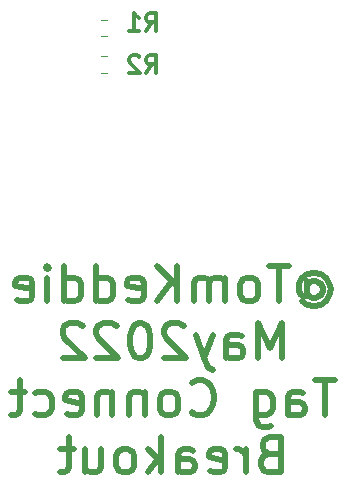
<source format=gbo>
G04 #@! TF.GenerationSoftware,KiCad,Pcbnew,6.0.5-a6ca702e91~116~ubuntu20.04.1*
G04 #@! TF.CreationDate,2022-05-18T13:30:30-07:00*
G04 #@! TF.ProjectId,tag-connect-breakout,7461672d-636f-46e6-9e65-63742d627265,rev?*
G04 #@! TF.SameCoordinates,Original*
G04 #@! TF.FileFunction,Legend,Bot*
G04 #@! TF.FilePolarity,Positive*
%FSLAX46Y46*%
G04 Gerber Fmt 4.6, Leading zero omitted, Abs format (unit mm)*
G04 Created by KiCad (PCBNEW 6.0.5-a6ca702e91~116~ubuntu20.04.1) date 2022-05-18 13:30:30*
%MOMM*%
%LPD*%
G01*
G04 APERTURE LIST*
%ADD10C,0.500000*%
%ADD11C,0.300000*%
%ADD12C,0.120000*%
G04 APERTURE END LIST*
D10*
X76889142Y-104951571D02*
X77032000Y-104808714D01*
X77317714Y-104665857D01*
X77603428Y-104665857D01*
X77889142Y-104808714D01*
X78032000Y-104951571D01*
X78174857Y-105237285D01*
X78174857Y-105523000D01*
X78032000Y-105808714D01*
X77889142Y-105951571D01*
X77603428Y-106094428D01*
X77317714Y-106094428D01*
X77032000Y-105951571D01*
X76889142Y-105808714D01*
X76889142Y-104665857D02*
X76889142Y-105808714D01*
X76746285Y-105951571D01*
X76603428Y-105951571D01*
X76317714Y-105808714D01*
X76174857Y-105523000D01*
X76174857Y-104808714D01*
X76460571Y-104380142D01*
X76889142Y-104094428D01*
X77460571Y-103951571D01*
X78032000Y-104094428D01*
X78460571Y-104380142D01*
X78746285Y-104808714D01*
X78889142Y-105380142D01*
X78746285Y-105951571D01*
X78460571Y-106380142D01*
X78032000Y-106665857D01*
X77460571Y-106808714D01*
X76889142Y-106665857D01*
X76460571Y-106380142D01*
X75317714Y-103380142D02*
X73603428Y-103380142D01*
X74460571Y-106380142D02*
X74460571Y-103380142D01*
X72174857Y-106380142D02*
X72460571Y-106237285D01*
X72603428Y-106094428D01*
X72746285Y-105808714D01*
X72746285Y-104951571D01*
X72603428Y-104665857D01*
X72460571Y-104523000D01*
X72174857Y-104380142D01*
X71746285Y-104380142D01*
X71460571Y-104523000D01*
X71317714Y-104665857D01*
X71174857Y-104951571D01*
X71174857Y-105808714D01*
X71317714Y-106094428D01*
X71460571Y-106237285D01*
X71746285Y-106380142D01*
X72174857Y-106380142D01*
X69889142Y-106380142D02*
X69889142Y-104380142D01*
X69889142Y-104665857D02*
X69746285Y-104523000D01*
X69460571Y-104380142D01*
X69032000Y-104380142D01*
X68746285Y-104523000D01*
X68603428Y-104808714D01*
X68603428Y-106380142D01*
X68603428Y-104808714D02*
X68460571Y-104523000D01*
X68174857Y-104380142D01*
X67746285Y-104380142D01*
X67460571Y-104523000D01*
X67317714Y-104808714D01*
X67317714Y-106380142D01*
X65889142Y-106380142D02*
X65889142Y-103380142D01*
X64174857Y-106380142D02*
X65460571Y-104665857D01*
X64174857Y-103380142D02*
X65889142Y-105094428D01*
X61746285Y-106237285D02*
X62032000Y-106380142D01*
X62603428Y-106380142D01*
X62889142Y-106237285D01*
X63032000Y-105951571D01*
X63032000Y-104808714D01*
X62889142Y-104523000D01*
X62603428Y-104380142D01*
X62032000Y-104380142D01*
X61746285Y-104523000D01*
X61603428Y-104808714D01*
X61603428Y-105094428D01*
X63032000Y-105380142D01*
X59032000Y-106380142D02*
X59032000Y-103380142D01*
X59032000Y-106237285D02*
X59317714Y-106380142D01*
X59889142Y-106380142D01*
X60174857Y-106237285D01*
X60317714Y-106094428D01*
X60460571Y-105808714D01*
X60460571Y-104951571D01*
X60317714Y-104665857D01*
X60174857Y-104523000D01*
X59889142Y-104380142D01*
X59317714Y-104380142D01*
X59032000Y-104523000D01*
X56317714Y-106380142D02*
X56317714Y-103380142D01*
X56317714Y-106237285D02*
X56603428Y-106380142D01*
X57174857Y-106380142D01*
X57460571Y-106237285D01*
X57603428Y-106094428D01*
X57746285Y-105808714D01*
X57746285Y-104951571D01*
X57603428Y-104665857D01*
X57460571Y-104523000D01*
X57174857Y-104380142D01*
X56603428Y-104380142D01*
X56317714Y-104523000D01*
X54889142Y-106380142D02*
X54889142Y-104380142D01*
X54889142Y-103380142D02*
X55032000Y-103523000D01*
X54889142Y-103665857D01*
X54746285Y-103523000D01*
X54889142Y-103380142D01*
X54889142Y-103665857D01*
X52317714Y-106237285D02*
X52603428Y-106380142D01*
X53174857Y-106380142D01*
X53460571Y-106237285D01*
X53603428Y-105951571D01*
X53603428Y-104808714D01*
X53460571Y-104523000D01*
X53174857Y-104380142D01*
X52603428Y-104380142D01*
X52317714Y-104523000D01*
X52174857Y-104808714D01*
X52174857Y-105094428D01*
X53603428Y-105380142D01*
X74746285Y-111210142D02*
X74746285Y-108210142D01*
X73746285Y-110353000D01*
X72746285Y-108210142D01*
X72746285Y-111210142D01*
X70032000Y-111210142D02*
X70032000Y-109638714D01*
X70174857Y-109353000D01*
X70460571Y-109210142D01*
X71032000Y-109210142D01*
X71317714Y-109353000D01*
X70032000Y-111067285D02*
X70317714Y-111210142D01*
X71032000Y-111210142D01*
X71317714Y-111067285D01*
X71460571Y-110781571D01*
X71460571Y-110495857D01*
X71317714Y-110210142D01*
X71032000Y-110067285D01*
X70317714Y-110067285D01*
X70032000Y-109924428D01*
X68889142Y-109210142D02*
X68174857Y-111210142D01*
X67460571Y-109210142D02*
X68174857Y-111210142D01*
X68460571Y-111924428D01*
X68603428Y-112067285D01*
X68889142Y-112210142D01*
X66460571Y-108495857D02*
X66317714Y-108353000D01*
X66032000Y-108210142D01*
X65317714Y-108210142D01*
X65032000Y-108353000D01*
X64889142Y-108495857D01*
X64746285Y-108781571D01*
X64746285Y-109067285D01*
X64889142Y-109495857D01*
X66603428Y-111210142D01*
X64746285Y-111210142D01*
X62889142Y-108210142D02*
X62603428Y-108210142D01*
X62317714Y-108353000D01*
X62174857Y-108495857D01*
X62032000Y-108781571D01*
X61889142Y-109353000D01*
X61889142Y-110067285D01*
X62032000Y-110638714D01*
X62174857Y-110924428D01*
X62317714Y-111067285D01*
X62603428Y-111210142D01*
X62889142Y-111210142D01*
X63174857Y-111067285D01*
X63317714Y-110924428D01*
X63460571Y-110638714D01*
X63603428Y-110067285D01*
X63603428Y-109353000D01*
X63460571Y-108781571D01*
X63317714Y-108495857D01*
X63174857Y-108353000D01*
X62889142Y-108210142D01*
X60746285Y-108495857D02*
X60603428Y-108353000D01*
X60317714Y-108210142D01*
X59603428Y-108210142D01*
X59317714Y-108353000D01*
X59174857Y-108495857D01*
X59032000Y-108781571D01*
X59032000Y-109067285D01*
X59174857Y-109495857D01*
X60889142Y-111210142D01*
X59032000Y-111210142D01*
X57889142Y-108495857D02*
X57746285Y-108353000D01*
X57460571Y-108210142D01*
X56746285Y-108210142D01*
X56460571Y-108353000D01*
X56317714Y-108495857D01*
X56174857Y-108781571D01*
X56174857Y-109067285D01*
X56317714Y-109495857D01*
X58032000Y-111210142D01*
X56174857Y-111210142D01*
X79246285Y-113040142D02*
X77532000Y-113040142D01*
X78389142Y-116040142D02*
X78389142Y-113040142D01*
X75246285Y-116040142D02*
X75246285Y-114468714D01*
X75389142Y-114183000D01*
X75674857Y-114040142D01*
X76246285Y-114040142D01*
X76532000Y-114183000D01*
X75246285Y-115897285D02*
X75532000Y-116040142D01*
X76246285Y-116040142D01*
X76532000Y-115897285D01*
X76674857Y-115611571D01*
X76674857Y-115325857D01*
X76532000Y-115040142D01*
X76246285Y-114897285D01*
X75532000Y-114897285D01*
X75246285Y-114754428D01*
X72532000Y-114040142D02*
X72532000Y-116468714D01*
X72674857Y-116754428D01*
X72817714Y-116897285D01*
X73103428Y-117040142D01*
X73532000Y-117040142D01*
X73817714Y-116897285D01*
X72532000Y-115897285D02*
X72817714Y-116040142D01*
X73389142Y-116040142D01*
X73674857Y-115897285D01*
X73817714Y-115754428D01*
X73960571Y-115468714D01*
X73960571Y-114611571D01*
X73817714Y-114325857D01*
X73674857Y-114183000D01*
X73389142Y-114040142D01*
X72817714Y-114040142D01*
X72532000Y-114183000D01*
X67103428Y-115754428D02*
X67246285Y-115897285D01*
X67674857Y-116040142D01*
X67960571Y-116040142D01*
X68389142Y-115897285D01*
X68674857Y-115611571D01*
X68817714Y-115325857D01*
X68960571Y-114754428D01*
X68960571Y-114325857D01*
X68817714Y-113754428D01*
X68674857Y-113468714D01*
X68389142Y-113183000D01*
X67960571Y-113040142D01*
X67674857Y-113040142D01*
X67246285Y-113183000D01*
X67103428Y-113325857D01*
X65389142Y-116040142D02*
X65674857Y-115897285D01*
X65817714Y-115754428D01*
X65960571Y-115468714D01*
X65960571Y-114611571D01*
X65817714Y-114325857D01*
X65674857Y-114183000D01*
X65389142Y-114040142D01*
X64960571Y-114040142D01*
X64674857Y-114183000D01*
X64532000Y-114325857D01*
X64389142Y-114611571D01*
X64389142Y-115468714D01*
X64532000Y-115754428D01*
X64674857Y-115897285D01*
X64960571Y-116040142D01*
X65389142Y-116040142D01*
X63103428Y-114040142D02*
X63103428Y-116040142D01*
X63103428Y-114325857D02*
X62960571Y-114183000D01*
X62674857Y-114040142D01*
X62246285Y-114040142D01*
X61960571Y-114183000D01*
X61817714Y-114468714D01*
X61817714Y-116040142D01*
X60389142Y-114040142D02*
X60389142Y-116040142D01*
X60389142Y-114325857D02*
X60246285Y-114183000D01*
X59960571Y-114040142D01*
X59532000Y-114040142D01*
X59246285Y-114183000D01*
X59103428Y-114468714D01*
X59103428Y-116040142D01*
X56532000Y-115897285D02*
X56817714Y-116040142D01*
X57389142Y-116040142D01*
X57674857Y-115897285D01*
X57817714Y-115611571D01*
X57817714Y-114468714D01*
X57674857Y-114183000D01*
X57389142Y-114040142D01*
X56817714Y-114040142D01*
X56532000Y-114183000D01*
X56389142Y-114468714D01*
X56389142Y-114754428D01*
X57817714Y-115040142D01*
X53817714Y-115897285D02*
X54103428Y-116040142D01*
X54674857Y-116040142D01*
X54960571Y-115897285D01*
X55103428Y-115754428D01*
X55246285Y-115468714D01*
X55246285Y-114611571D01*
X55103428Y-114325857D01*
X54960571Y-114183000D01*
X54674857Y-114040142D01*
X54103428Y-114040142D01*
X53817714Y-114183000D01*
X52960571Y-114040142D02*
X51817714Y-114040142D01*
X52532000Y-113040142D02*
X52532000Y-115611571D01*
X52389142Y-115897285D01*
X52103428Y-116040142D01*
X51817714Y-116040142D01*
X73674857Y-119298714D02*
X73246285Y-119441571D01*
X73103428Y-119584428D01*
X72960571Y-119870142D01*
X72960571Y-120298714D01*
X73103428Y-120584428D01*
X73246285Y-120727285D01*
X73532000Y-120870142D01*
X74674857Y-120870142D01*
X74674857Y-117870142D01*
X73674857Y-117870142D01*
X73389142Y-118013000D01*
X73246285Y-118155857D01*
X73103428Y-118441571D01*
X73103428Y-118727285D01*
X73246285Y-119013000D01*
X73389142Y-119155857D01*
X73674857Y-119298714D01*
X74674857Y-119298714D01*
X71674857Y-120870142D02*
X71674857Y-118870142D01*
X71674857Y-119441571D02*
X71532000Y-119155857D01*
X71389142Y-119013000D01*
X71103428Y-118870142D01*
X70817714Y-118870142D01*
X68674857Y-120727285D02*
X68960571Y-120870142D01*
X69532000Y-120870142D01*
X69817714Y-120727285D01*
X69960571Y-120441571D01*
X69960571Y-119298714D01*
X69817714Y-119013000D01*
X69532000Y-118870142D01*
X68960571Y-118870142D01*
X68674857Y-119013000D01*
X68532000Y-119298714D01*
X68532000Y-119584428D01*
X69960571Y-119870142D01*
X65960571Y-120870142D02*
X65960571Y-119298714D01*
X66103428Y-119013000D01*
X66389142Y-118870142D01*
X66960571Y-118870142D01*
X67246285Y-119013000D01*
X65960571Y-120727285D02*
X66246285Y-120870142D01*
X66960571Y-120870142D01*
X67246285Y-120727285D01*
X67389142Y-120441571D01*
X67389142Y-120155857D01*
X67246285Y-119870142D01*
X66960571Y-119727285D01*
X66246285Y-119727285D01*
X65960571Y-119584428D01*
X64532000Y-120870142D02*
X64532000Y-117870142D01*
X64246285Y-119727285D02*
X63389142Y-120870142D01*
X63389142Y-118870142D02*
X64532000Y-120013000D01*
X61674857Y-120870142D02*
X61960571Y-120727285D01*
X62103428Y-120584428D01*
X62246285Y-120298714D01*
X62246285Y-119441571D01*
X62103428Y-119155857D01*
X61960571Y-119013000D01*
X61674857Y-118870142D01*
X61246285Y-118870142D01*
X60960571Y-119013000D01*
X60817714Y-119155857D01*
X60674857Y-119441571D01*
X60674857Y-120298714D01*
X60817714Y-120584428D01*
X60960571Y-120727285D01*
X61246285Y-120870142D01*
X61674857Y-120870142D01*
X58103428Y-118870142D02*
X58103428Y-120870142D01*
X59389142Y-118870142D02*
X59389142Y-120441571D01*
X59246285Y-120727285D01*
X58960571Y-120870142D01*
X58532000Y-120870142D01*
X58246285Y-120727285D01*
X58103428Y-120584428D01*
X57103428Y-118870142D02*
X55960571Y-118870142D01*
X56674857Y-117870142D02*
X56674857Y-120441571D01*
X56531999Y-120727285D01*
X56246285Y-120870142D01*
X55960571Y-120870142D01*
D11*
G04 #@! TO.C,R2*
X63242000Y-87038571D02*
X63742000Y-86324285D01*
X64099142Y-87038571D02*
X64099142Y-85538571D01*
X63527714Y-85538571D01*
X63384857Y-85610000D01*
X63313428Y-85681428D01*
X63242000Y-85824285D01*
X63242000Y-86038571D01*
X63313428Y-86181428D01*
X63384857Y-86252857D01*
X63527714Y-86324285D01*
X64099142Y-86324285D01*
X62670571Y-85681428D02*
X62599142Y-85610000D01*
X62456285Y-85538571D01*
X62099142Y-85538571D01*
X61956285Y-85610000D01*
X61884857Y-85681428D01*
X61813428Y-85824285D01*
X61813428Y-85967142D01*
X61884857Y-86181428D01*
X62742000Y-87038571D01*
X61813428Y-87038571D01*
G04 #@! TO.C,R1*
X63242000Y-83482571D02*
X63742000Y-82768285D01*
X64099142Y-83482571D02*
X64099142Y-81982571D01*
X63527714Y-81982571D01*
X63384857Y-82054000D01*
X63313428Y-82125428D01*
X63242000Y-82268285D01*
X63242000Y-82482571D01*
X63313428Y-82625428D01*
X63384857Y-82696857D01*
X63527714Y-82768285D01*
X64099142Y-82768285D01*
X61813428Y-83482571D02*
X62670571Y-83482571D01*
X62242000Y-83482571D02*
X62242000Y-81982571D01*
X62384857Y-82196857D01*
X62527714Y-82339714D01*
X62670571Y-82411142D01*
D12*
G04 #@! TO.C,R2*
X59948578Y-87070000D02*
X59431422Y-87070000D01*
X59948578Y-85650000D02*
X59431422Y-85650000D01*
G04 #@! TO.C,R1*
X59948578Y-83950000D02*
X59431422Y-83950000D01*
X59948578Y-82530000D02*
X59431422Y-82530000D01*
G04 #@! TD*
M02*

</source>
